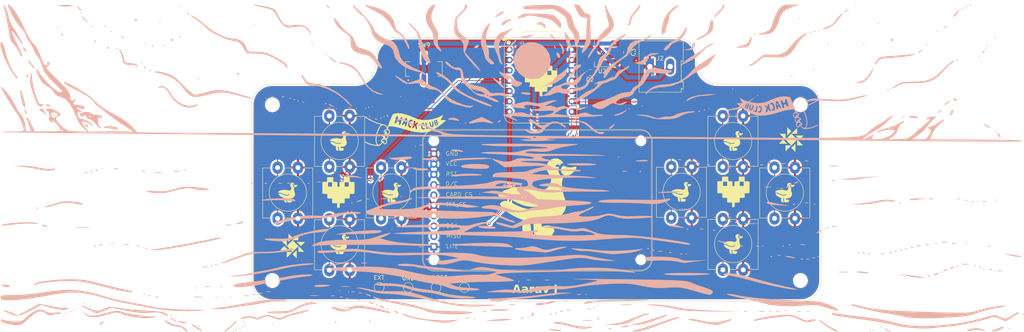
<source format=kicad_pcb>
(kicad_pcb (version 20241229) (generator "pcbnew") (generator_version "9.0")
  (layers (0 "F.Cu" signal) (2 "B.Cu" signal) (13 "F.Paste" user) (15 "B.Paste" user) (5 "F.SilkS" user "F.Silkscreen") (7 "B.SilkS" user "B.Silkscreen") (1 "F.Mask" user) (3 "B.Mask" user) (25 "Edge.Cuts" user))
  (net 0 "")
  (net 1 "GND")
  (net 2 "+5v_REG")
  (net 3 "EXTERNAL_BAT")
  (net 4 "Net-(SW9-B)")
  (net 5 "+3V3")
  (net 6 "GPIO2")
  (net 7 "GPIO3")
  (net 8 "GPIO4")
  (net 9 "GPIO5")
  (net 10 "GPIO6")
  (net 11 "GPIO7")
  (net 12 "GPIO8")
  (net 13 "GPIO9")
  (net 14 "GPIO21")
  (net 15 "GPIO10")
  (net 16 "GPIO20")
  (footprint "LOGO" (layer "F.Cu") (at 54.7 117.88)
    (property "Reference" "G***" (hide yes))
    (property "Value" "LOGO" (hide yes))
  )
  (footprint "Button_Switch_THT:SW_PUSH-12mm_Wuerth-430476085716" (layer "F.Cu") (at 52.16 124.23 90)
    (property "Reference" "SW3" (hide yes))
    (property "Value" "Top")
    (pad "1" thru_hole oval (at 0 0 90) (size 3 2.5) (drill 1.2) (layers "*.Cu" "*.Mask") (net 8 "GPIO4"))
    (pad "1" thru_hole oval (at 12.5 0 90) (size 3 2.5) (drill 1.2) (layers "*.Cu" "*.Mask") (net 8 "GPIO4"))
    (pad "2" thru_hole oval (at 0 5 90) (size 3 2.5) (drill 1.2) (layers "*.Cu" "*.Mask") (net 1 "GND"))
    (pad "2" thru_hole oval (at 12.5 5 90) (size 3 2.5) (drill 1.2) (layers "*.Cu" "*.Mask") (net 1 "GND"))
  )
  (footprint "LOGO" (layer "F.Cu") (at 163.92 130.56)
    (property "Reference" "G***" (hide yes))
    (property "Value" "LOGO" (hide yes))
  )
  (footprint "Button_Switch_THT:SW_PUSH-12mm_Wuerth-430476085716" (layer "F.Cu") (at 136.05 136.74 90)
    (property "Reference" "SW6" (hide yes))
    (property "Value" "CONFIG2")
    (pad "1" thru_hole oval (at 0 0 90) (size 3 2.5) (drill 1.2) (layers "*.Cu" "*.Mask") (net 11 "GPIO7"))
    (pad "1" thru_hole oval (at 12.5 0 90) (size 3 2.5) (drill 1.2) (layers "*.Cu" "*.Mask") (net 11 "GPIO7"))
    (pad "2" thru_hole oval (at 0 5 90) (size 3 2.5) (drill 1.2) (layers "*.Cu" "*.Mask") (net 1 "GND"))
    (pad "2" thru_hole oval (at 12.5 5 90) (size 3 2.5) (drill 1.2) (layers "*.Cu" "*.Mask") (net 1 "GND"))
  )
  (footprint "MountingHole:MountingHole_3.2mm_M3" (layer "F.Cu") (at 167.73 108.99)
    (property "Reference" "H2" (hide yes))
    (property "Value" "MountingHole")
    (pad "" np_thru_hole circle (at 0 0) (size 3.2 3.2) (drill 3.2) (layers "*.Cu" "*.Mask"))
  )
  (footprint "LOGO" (layer "F.Cu") (at 138.59 130.39)
    (property "Reference" "G***" (hide yes))
    (property "Value" "LOGO" (hide yes))
  )
  (footprint "Package_TO_SOT_SMD:SOT-223-3_TabPin2" (layer "F.Cu") (at 119.1 96.25 180)
    (property "Reference" "U2" (at 0 -4.5 0) (layer "F.SilkS"))
    (property "Value" "AMS1117-5.0" (hide yes))
    (pad "1" smd roundrect (at -3.15 -2.3 180) (size 2 1.5) (layers "F.Cu" "F.Mask" "F.Paste") (net 1 "GND"))
    (pad "2" smd roundrect (at -3.15 0 180) (size 2 1.5) (layers "F.Cu" "F.Mask" "F.Paste") (net 2 "+5v_REG"))
    (pad "2" smd roundrect (at 3.15 0 180) (size 2 3.8) (layers "F.Cu" "F.Mask" "F.Paste") (net 2 "+5v_REG"))
    (pad "3" smd roundrect (at -3.15 2.3 180) (size 2 1.5) (layers "F.Cu" "F.Mask" "F.Paste") (net 4 "Net-(SW9-B)"))
  )
  (footprint "TestPoint:TestPoint_Pad_D2.0mm" (layer "F.Cu") (at 78.35 153.9)
    (property "Reference" "5v_REG" (at 0.2 -2.4 0) (layer "F.SilkS"))
    (property "Value" "TestPoint")
    (pad "1" smd circle (at 0 0) (size 2 2) (layers "F.Cu" "F.Mask") (net 2 "+5v_REG"))
  )
  (footprint "LOGO" (layer "F.Cu") (at 70.9 115.05)
    (property "Reference" "G***" (hide yes))
    (property "Value" "LOGO" (hide yes))
  )
  (footprint "LOGO" (layer "F.Cu") (at 42 130.58)
    (property "Reference" "G***" (hide yes))
    (property "Value" "LOGO" (hide yes))
  )
  (footprint "Button_Switch_THT:SW_PUSH-12mm_Wuerth-430476085716" (layer "F.Cu") (at 39.46 136.93 90)
    (property "Reference" "SW2" (hide yes))
    (property "Value" "Left")
    (pad "1" thru_hole oval (at 0 0 90) (size 3 2.5) (drill 1.2) (layers "*.Cu" "*.Mask") (net 7 "GPIO3"))
    (pad "1" thru_hole oval (at 12.5 0 90) (size 3 2.5) (drill 1.2) (layers "*.Cu" "*.Mask") (net 7 "GPIO3"))
    (pad "2" thru_hole oval (at 0 5 90) (size 3 2.5) (drill 1.2) (layers "*.Cu" "*.Mask") (net 1 "GND"))
    (pad "2" thru_hole oval (at 12.5 5 90) (size 3 2.5) (drill 1.2) (layers "*.Cu" "*.Mask") (net 1 "GND"))
  )
  (footprint "LOGO" (layer "F.Cu") (at 151.22 117.88)
    (property "Reference" "G***" (hide yes))
    (property "Value" "LOGO" (hide yes))
  )
  (footprint "Button_Switch_THT:SW_PUSH-12mm_Wuerth-430476085716" (layer "F.Cu") (at 148.7 149.55 90)
    (property "Reference" "SW8" (hide yes))
    (property "Value" "CONFIG4")
    (pad "1" thru_hole oval (at 0 0 90) (size 3 2.5) (drill 1.2) (layers "*.Cu" "*.Mask") (net 15 "GPIO10"))
    (pad "1" thru_hole oval (at 12.5 0 90) (size 3 2.5) (drill 1.2) (layers "*.Cu" "*.Mask") (net 15 "GPIO10"))
    (pad "2" thru_hole oval (at 0 5 90) (size 3 2.5) (drill 1.2) (layers "*.Cu" "*.Mask") (net 1 "GND"))
    (pad "2" thru_hole oval (at 12.5 5 90) (size 3 2.5) (drill 1.2) (layers "*.Cu" "*.Mask") (net 1 "GND"))
  )
  (footprint "MountingHole:MountingHole_3.2mm_M3" (layer "F.Cu") (at 38.19 152.17)
    (property "Reference" "H3" (hide yes))
    (property "Value" "MountingHole")
    (pad "" np_thru_hole circle (at 0 0) (size 3.2 3.2) (drill 3.2) (layers "*.Cu" "*.Mask"))
  )
  (footprint "Seeed Studio XIAO Series Library:XIAO-ESP32C3-DIP" (layer "F.Cu") (at 104.12 103.0685)
    (property "Reference" "U1" (at -4.67 -9.32 0) (layer "F.SilkS") (effects (font (size 0.635 0.635) (thickness 0.1016))))
    (property "Value" "XIAO-ESP32-C3-DIP")
    (pad "1" smd roundrect (at -8.575 -7.62 180) (size 2.432 1.524) (layers "F.Cu" "F.Mask") (roundrect_rratio 0.1) (net 6 "GPIO2"))
    (pad "1" thru_hole circle (at -7.74 -7.62 180) (size 1.524 1.524) (drill 0.889) (layers "*.Cu" "*.Mask") (net 6 "GPIO2"))
    (pad "2" smd roundrect (at -8.575 -5.08 180) (size 2.432 1.524) (layers "F.Cu" "F.Mask") (roundrect_rratio 0.1) (net 7 "GPIO3"))
    (pad "2" thru_hole circle (at -7.74 -5.08 180) (size 1.524 1.524) (drill 0.889) (layers "*.Cu" "*.Mask") (net 7 "GPIO3"))
    (pad "3" smd roundrect (at -8.575 -2.54 180) (size 2.432 1.524) (layers "F.Cu" "F.Mask") (roundrect_rratio 0.1) (net 8 "GPIO4"))
    (pad "3" thru_hole circle (at -7.74 -2.54 180) (size 1.524 1.524) (drill 0.889) (layers "*.Cu" "*.Mask") (net 8 "GPIO4"))
    (pad "4" smd roundrect (at -8.575 0 180) (size 2.432 1.524) (layers "F.Cu" "F.Mask") (roundrect_rratio 0.1) (net 9 "GPIO5"))
    (pad "4" thru_hole circle (at -7.74 0 180) (size 1.524 1.524) (drill 0.889) (layers "*.Cu" "*.Mask") (net 9 "GPIO5"))
    (pad "5" smd roundrect (at -8.575 2.54 180) (size 2.432 1.524) (layers "F.Cu" "F.Mask") (roundrect_rratio 0.1) (net 10 "GPIO6"))
    (pad "5" thru_hole circle (at -7.74 2.54 180) (size 1.524 1.524) (drill 0.889) (layers "*.Cu" "*.Mask") (net 10 "GPIO6"))
    (pad "6" smd roundrect (at -8.575 5.08 180) (size 2.432 1.524) (layers "F.Cu" "F.Mask") (roundrect_rratio 0.1) (net 11 "GPIO7"))
    (pad "6" thru_hole circle (at -7.74 5.08 180) (size 1.524 1.524) (drill 0.889) (layers "*.Cu" "*.Mask") (net 11 "GPIO7"))
    (pad "7" smd roundrect (at -8.575 7.62 180) (size 2.432 1.524) (layers "F.Cu" "F.Mask") (roundrect_rratio 0.1) (net 14 "GPIO21"))
    (pad "7" thru_hole circle (at -7.74 7.62 180) (size 1.524 1.524) (drill 0.889) (layers "*.Cu" "*.Mask") (net 14 "GPIO21"))
    (pad "8" thru_hole circle (at 7.5 7.62) (size 1.524 1.524) (drill 0.889) (layers "*.Cu" "*.Mask") (net 16 "GPIO20"))
    (pad "8" smd roundrect (at 8.335 7.62) (size 2.432 1.524) (layers "F.Cu" "F.Mask") (roundrect_rratio 0.1) (net 16 "GPIO20"))
    (pad "9" thru_hole circle (at 7.5 5.08) (size 1.524 1.524) (drill 0.889) (layers "*.Cu" "*.Mask") (net 12 "GPIO8"))
    (pad "9" smd roundrect (at 8.335 5.08) (size 2.432 1.524) (layers "F.Cu" "F.Mask") (roundrect_rratio 0.1) (net 12 "GPIO8"))
    (pad "10" thru_hole circle (at 7.5 2.54) (size 1.524 1.524) (drill 0.889) (layers "*.Cu" "*.Mask") (net 13 "GPIO9"))
    (pad "10" smd roundrect (at 8.335 2.54) (size 2.432 1.524) (layers "F.Cu" "F.Mask") (roundrect_rratio 0.1) (net 13 "GPIO9"))
    (pad "11" thru_hole circle (at 7.5 0) (size 1.524 1.524) (drill 0.889) (layers "*.Cu" "*.Mask") (net 15 "GPIO10"))
    (pad "11" smd roundrect (at 8.335 0) (size 2.432 1.524) (layers "F.Cu" "F.Mask") (roundrect_rratio 0.1) (net 15 "GPIO10"))
    (pad "12" thru_hole circle (at 7.5 -2.54) (size 1.524 1.524) (drill 0.889) (layers "*.Cu" "*.Mask") (net 5 "+3V3"))
    (pad "12" smd roundrect (at 8.335 -2.54) (size 2.432 1.524) (layers "F.Cu" "F.Mask") (roundrect_rratio 0.1) (net 5 "+3V3"))
    (pad "13" thru_hole circle (at 7.5 -5.08) (size 1.524 1.524) (drill 0.889) (layers "*.Cu" "*.Mask") (net 1 "GND"))
    (pad "13" smd roundrect (at 8.335 -5.08) (size 2.432 1.524) (layers "F.Cu" "F.Mask") (roundrect_rratio 0.1) (net 1 "GND"))
    (pad "14" thru_hole circle (at 7.5 -7.62) (size 1.524 1.524) (drill 0.889) (layers "*.Cu" "*.Mask") (net 2 "+5v_REG"))
    (pad "14" smd roundrect (at 8.335 -7.62) (size 2.432 1.524) (layers "F.Cu" "F.Mask") (roundrect_rratio 0.1) (net 2 "+5v_REG"))
  )
  (footprint "TestPoint:TestPoint_Pad_D2.0mm" (layer "F.Cu") (at 64.4 153.85)
    (property "Reference" "EXT" (at -0.05 -2.4 0) (layer "F.SilkS"))
    (property "Value" "TestPoint")
    (pad "1" smd circle (at 0 0) (size 2 2) (layers "F.Cu" "F.Mask") (net 3 "EXTERNAL_BAT"))
  )
  (footprint "TestPoint:TestPoint_Pad_D2.0mm" (layer "F.Cu") (at 71.5 153.85)
    (property "Reference" "GND" (at 0 -2.25 0) (layer "F.SilkS"))
    (property "Value" "TestPoint")
    (pad "1" smd circle (at 0 0) (size 2 2) (layers "F.Cu" "F.Mask") (net 1 "GND"))
  )
  (footprint "Capacitor_SMD:C_0805_2012Metric" (layer "F.Cu") (at 125.1 96.1 90)
    (property "Reference" "C3" (at 0 1.65 90) (layer "F.SilkS"))
    (property "Value" "22uf" (hide yes))
    (pad "1" smd roundrect (at -0.95 0 90) (size 1 1.45) (layers "F.Cu" "F.Mask" "F.Paste") (net 1 "GND"))
    (pad "2" smd roundrect (at 0.95 0 90) (size 1 1.45) (layers "F.Cu" "F.Mask" "F.Paste") (net 4 "Net-(SW9-B)"))
  )
  (footprint "LOGO" (layer "F.Cu") (at 43.15 143.7)
    (property "Reference" "G***" (hide yes))
    (property "Value" "LOGO" (hide yes))
  )
  (footprint "Button_Switch_THT:SW_PUSH-12mm_Wuerth-430476085716" (layer "F.Cu") (at 52.16 149.63 90)
    (property "Reference" "SW4" (hide yes))
    (property "Value" "Bottom")
    (pad "1" thru_hole oval (at 0 0 90) (size 3 2.5) (drill 1.2) (layers "*.Cu" "*.Mask") (net 9 "GPIO5"))
    (pad "1" thru_hole oval (at 12.5 0 90) (size 3 2.5) (drill 1.2) (layers "*.Cu" "*.Mask") (net 9 "GPIO5"))
    (pad "2" thru_hole oval (at 0 5 90) (size 3 2.5) (drill 1.2) (layers "*.Cu" "*.Mask") (net 1 "GND"))
    (pad "2" thru_hole oval (at 12.5 5 90) (size 3 2.5) (drill 1.2) (layers "*.Cu" "*.Mask") (net 1 "GND"))
  )
  (footprint "LOGO" (layer "F.Cu") (at 165.5 117.55)
    (property "Reference" "G***" (hide yes))
    (property "Value" "LOGO" (hide yes))
  )
  (footprint "MountingHole:MountingHole_3.2mm_M3" (layer "F.Cu") (at 38.19 108.99)
    (property "Reference" "H4" (hide yes))
    (property "Value" "MountingHole")
    (pad "" np_thru_hole circle (at 0 0) (size 3.2 3.2) (drill 3.2) (layers "*.Cu" "*.Mask"))
  )
  (footprint "Button_Switch_THT:SW_PUSH-12mm_Wuerth-430476085716" (layer "F.Cu") (at 64.85 136.9 90)
    (property "Reference" "SW1" (hide yes))
    (property "Value" "Right")
    (pad "1" thru_hole oval (at 0 0 90) (size 3 2.5) (drill 1.2) (layers "*.Cu" "*.Mask") (net 6 "GPIO2"))
    (pad "1" thru_hole oval (at 12.5 0 90) (size 3 2.5) (drill 1.2) (layers "*.Cu" "*.Mask") (net 6 "GPIO2"))
    (pad "2" thru_hole oval (at 0 5 90) (size 3 2.5) (drill 1.2) (layers "*.Cu" "*.Mask") (net 1 "GND"))
    (pad "2" thru_hole oval (at 12.5 5 90) (size 3 2.5) (drill 1.2) (layers "*.Cu" "*.Mask") (net 1 "GND"))
  )
  (footprint "LOGO" (layer "F.Cu") (at 151.24 143.2)
    (property "Reference" "G***" (hide yes))
    (property "Value" "LOGO" (hide yes))
  )
  (footprint "LOGO" (layer "F.Cu") (at 54.303686 130.104932)
    (property "Reference" "G***" (hide yes))
    (property "Value" "LOGO" (hide yes))
  )
  (footprint "LOGO" (layer "F.Cu") (at 67.39 130.55)
    (property "Reference" "G***" (hide yes))
    (property "Value" "LOGO" (hide yes))
  )
  (footprint "TestPoint:TestPoint_Pad_D2.0mm" (layer "F.Cu") (at 85.3 153.9)
    (property "Reference" "3v3" (at 0 -1.998 0) (layer "F.SilkS"))
    (property "Value" "TestPoint")
    (pad "1" smd circle (at 0 0) (size 2 2) (layers "F.Cu" "F.Mask") (net 5 "+3V3"))
  )
  (footprint "LOGO" (layer "F.Cu") (at 54.7 143.28)
    (property "Reference" "G***" (hide yes))
    (property "Value" "LOGO" (hide yes))
  )
  (footprint "JS202011SCQN:SW_JS202011SCQN" (layer "F.Cu") (at 75.35 100.2)
    (property "Reference" "SW9" (at 0.05 -5.885 0) (layer "F.SilkS"))
    (property "Value" "Slideswitch")
    (pad "1" smd rect (at -2.5 2.75) (size 1.2 2.5) (layers "F.Cu" "F.Mask" "F.Paste"))
    (pad "2" smd rect (at 0 2.75) (size 1.2 2.5) (layers "F.Cu" "F.Mask" "F.Paste") (net 4 "Net-(SW9-B)"))
    (pad "3" smd rect (at 2.5 2.75) (size 1.2 2.5) (layers "F.Cu" "F.Mask" "F.Paste") (net 3 "EXTERNAL_BAT"))
    (pad "4" smd rect (at -2.5 -2.75) (size 1.2 2.5) (layers "F.Cu" "F.Mask" "F.Paste"))
    (pad "5" smd rect (at 0 -2.75) (size 1.2 2.5) (layers "F.Cu" "F.Mask" "F.Paste"))
    (pad "6" smd rect (at 2.5 -2.75) (size 1.2 2.5) (layers "F.Cu" "F.Mask" "F.Paste"))
  )
  (footprint "LOGO" (layer "F.Cu") (at 151.203686 129.954932)
    (property "Reference" "G***" (hide yes))
    (property "Value" "LOGO" (hide yes))
  )
  (footprint "MountingHole:MountingHole_3.2mm_M3" (layer "F.Cu") (at 167.73 152.17)
    (property "Reference" "H1" (hide yes))
    (property "Value" "MountingHole")
    (pad "" np_thru_hole circle (at 0 0) (size 3.2 3.2) (drill 3.2) (layers "*.Cu" "*.Mask"))
  )
  (footprint "Capacitor_SMD:C_0805_2012Metric" (layer "F.Cu") (at 116.15 101.1)
    (property "Reference" "C2" (at -0.05 1.7 0) (layer "F.SilkS"))
    (property "Value" "22uf" (hide yes))
    (pad "1" smd roundrect (at -0.95 0) (size 1 1.45) (layers "F.Cu" "F.Mask" "F.Paste") (net 1 "GND"))
    (pad "2" smd roundrect (at 0.95 0) (size 1 1.45) (layers "F.Cu" "F.Mask" "F.Paste") (net 2 "+5v_REG"))
  )
  (footprint "Button_Switch_THT:SW_PUSH-12mm_Wuerth-430476085716" (layer "F.Cu") (at 148.68 124.23 90)
    (property "Reference" "SW5" (hide yes))
    (property "Value" "CONFIG1")
    (pad "1" thru_hole oval (at 0 0 90) (size 3 2.5) (drill 1.2) (layers "*.Cu" "*.Mask") (net 10 "GPIO6"))
    (pad "1" thru_hole oval (at 12.5 0 90) (size 3 2.5) (drill 1.2) (layers "*.Cu" "*.Mask") (net 10 "GPIO6"))
    (pad "2" thru_hole oval (at 0 5 90) (size 3 2.5) (drill 1.2) (layers "*.Cu" "*.Mask") (net 1 "GND"))
    (pad "2" thru_hole oval (at 12.5 5 90) (size 3 2.5) (drill 1.2) (layers "*.Cu" "*.Mask") (net 1 "GND"))
  )
  (footprint "TerminalBlock:TerminalBlock_Altech_AK300-2_P5.00mm" (layer "F.Cu") (at 130.785 99.6)
    (property "Reference" "J2" (at 2.515 -2 0) (layer "F.SilkS"))
    (property "Value" "Extra Battery")
    (pad "1" thru_hole rect (at 0 0) (size 1.98 3.96) (drill 1.32) (layers "*.Cu" "*.Mask") (net 1 "GND"))
    (pad "2" thru_hole oval (at 5 0) (size 1.98 3.96) (drill 1.32) (layers "*.Cu" "*.Mask") (net 3 "EXTERNAL_BAT"))
  )
  (footprint "LOGO" (layer "F.Cu") (at 104 102.7)
    (property "Reference" "G***" (hide yes))
    (property "Value" "LOGO" (hide yes))
  )
  (footprint "graphics:sprout_dino" (layer "F.Cu") (at 140.33539 154.914532)
    (property "Reference" "G***" (hide yes))
    (property "Value" "LOGO" (hide yes))
  )
  (footprint "LOGO" (layer "F.Cu") (at 103.2 131.85)
    (property "Reference" "G***" (hide yes))
    (property "Value" "LOGO" (hide yes))
  )
  (footprint "Button_Switch_THT:SW_PUSH-12mm_Wuerth-430476085716" (layer "F.Cu") (at 161.38 136.91 90)
    (property "Reference" "SW7" (hide yes))
    (property "Value" "CONFIG3")
    (pad "1" thru_hole oval (at 0 0 90) (size 3 2.5) (drill 1.2) (layers "*.Cu" "*.Mask") (net 12 "GPIO8"))
    (pad "1" thru_hole oval (at 12.5 0 90) (size 3 2.5) (drill 1.2) (layers "*.Cu" "*.Mask") (net 12 "GPIO8"))
    (pad "2" thru_hole oval (at 0 5 90) (size 3 2.5) (drill 1.2) (layers "*.Cu" "*.Mask") (net 1 "GND"))
    (pad "2" thru_hole oval (at 12.5 5 90) (size 3 2.5) (drill 1.2) (layers "*.Cu" "*.Mask") (net 1 "GND"))
  )
  (footprint "358:MODULE_358" (layer "B.Cu") (at 103.2 132.445)
    (property "Reference" "U3" (at -25.015 19.03 0) (layer "B.SilkS") (effects (justify mirror)))
    (property "Value" "358")
    (pad "" np_thru_hole circle (at -25.4 -14.605) (size 2.2 2.2) (drill 2.2) (layers "*.Cu" "*.Mask"))
    (pad "" np_thru_hole circle (at -25.4 14.605) (size 2.2 2.2) (drill 2.2) (layers "*.Cu" "*.Mask"))
    (pad "" np_thru_hole circle (at 25.4 -14.605) (size 2.2 2.2) (drill 2.2) (layers "*.Cu" "*.Mask"))
    (pad "" np_thru_hole circle (at 25.4 14.605) (size 2.2 2.2) (drill 2.2) (layers "*.Cu" "*.Mask"))
    (pad "1" thru_hole rect (at -25.4 11.43) (size 1.778 1.778) (drill 1.016) (layers "*.Cu" "*.Mask") (net 5 "+3V3"))
    (pad "2" thru_hole circle (at -25.4 8.89) (size 1.778 1.778) (drill 1.016) (layers "*.Cu" "*.Mask"))
    (pad "3" thru_hole circle (at -25.4 6.35) (size 1.778 1.778) (drill 1.016) (layers "*.Cu" "*.Mask") (net 14 "GPIO21"))
    (pad "4" thru_hole circle (at -25.4 3.81) (size 1.778 1.778) (drill 1.016) (layers "*.Cu" "*.Mask") (net 13 "GPIO9"))
    (pad "5" thru_hole circle (at -25.4 1.27) (size 1.778 1.778) (drill 1.016) (layers "*.Cu" "*.Mask") (net 1 "GND"))
    (pad "6" thru_hole circle (at -25.4 -1.27) (size 1.778 1.778) (drill 1.016) (layers "*.Cu" "*.Mask"))
    (pad "7" thru_hole circle (at -25.4 -3.81) (size 1.778 1.778) (drill 1.016) (layers "*.Cu" "*.Mask") (net 16 "GPIO20"))
    (pad "8" thru_hole circle (at -25.4 -6.35) (size 1.778 1.778) (drill 1.016) (layers "*.Cu" "*.Mask") (net 5 "+3V3"))
    (pad "9" thru_hole circle (at -25.4 -8.89) (size 1.778 1.778) (drill 1.016) (layers "*.Cu" "*.Mask") (net 5 "+3V3"))
    (pad "10" thru_hole circle (at -25.4 -11.43) (size 1.778 1.778) (drill 1.016) (layers "*.Cu" "*.Mask") (net 1 "GND"))
  )
  (footprint "LOGO" (layer "B.Cu") (at 97.085351 129.380047 180)
    (property "Reference" "G***" (at 0 0 0) (layer "B.SilkS") (effects (font (size 1.5 1.5) (thickness 0.3)) (justify mirror)))
    (property "Value" "LOGO" (hide yes))
  )
  (footprint "LOGO" (layer "B.Cu") (at 162.05 110.9 180)
    (property "Reference" "G***" (hide yes))
    (property "Value" "LOGO" (hide yes))
  )
  (gr_line (start 78 115.05) (end 128.4 115.05) (stroke (width 0.1)) (layer "F.SilkS"))
  (gr_line (start 128.4 149.85) (end 78 149.85) (stroke (width 0.1)) (layer "F.SilkS"))
  (gr_arc (start 78 149.85) (mid 75.87868 148.97132) (end 75 146.85) (stroke (width 0.1)) (layer "F.SilkS"))
  (gr_line (start 131.4 118.05) (end 131.4 146.85) (stroke (width 0.1)) (layer "F.SilkS"))
  (gr_arc (start 128.4 115.05) (mid 130.52132 115.92868) (end 131.4 118.05) (stroke (width 0.1)) (layer "F.SilkS"))
  (gr_arc (start 75 118.05) (mid 75.87868 115.92868) (end 78 115.05) (stroke (width 0.1)) (layer "F.SilkS"))
  (gr_arc (start 131.4 146.85) (mid 130.52132 148.97132) (end 128.4 149.85) (stroke (width 0.1)) (layer "F.SilkS"))
  (gr_line (start 75 146.85) (end 75 118.05) (stroke (width 0.1)) (layer "F.SilkS"))
  (gr_line (start 38.19 103.91) (end 58.510002 103.910002) (stroke (width 0.1)) (layer "Edge.Cuts"))
  (gr_line (start 102.96 157.25) (end 167.73 157.25) (stroke (width 0.1)) (layer "Edge.Cuts"))
  (gr_arc (start 137.25 92.48) (mid 140.842102 93.967898) (end 142.33 97.56) (stroke (width 0.1)) (layer "Edge.Cuts"))
  (gr_line (start 142.33 97.56) (end 142.330002 98.830002) (stroke (width 0.1)) (layer "Edge.Cuts"))
  (gr_line (start 147.410002 103.910002) (end 167.73 103.91) (stroke (width 0.1)) (layer "Edge.Cuts"))
  (gr_arc (start 147.410002 103.910002) (mid 143.8179 102.422104) (end 142.330002 98.830002) (stroke (width 0.1)) (layer "Edge.Cuts"))
  (gr_arc (start 38.19 157.25) (mid 34.597898 155.762102) (end 33.11 152.17) (stroke (width 0.1)) (layer "Edge.Cuts"))
  (gr_line (start 63.59 97.56) (end 63.590002 98.830002) (stroke (width 0.1)) (layer "Edge.Cuts"))
  (gr_line (start 68.67 92.48) (end 102.96 92.48) (stroke (width 0.1)) (layer "Edge.Cuts"))
  (gr_arc (start 63.59 97.56) (mid 65.077898 93.967898) (end 68.67 92.48) (stroke (width 0.1)) (layer "Edge.Cuts"))
  (gr_line (start 102.96 157.25) (end 38.19 157.25) (stroke (width 0.1)) (layer "Edge.Cuts"))
  (gr_arc (start 63.590002 98.830002) (mid 62.102104 102.422104) (end 58.510002 103.910002) (stroke (width 0.1)) (layer "Edge.Cuts"))
  (gr_line (start 33.11 108.99) (end 33.11 152.17) (stroke (width 0.1)) (layer "Edge.Cuts"))
  (gr_line (start 172.81 152.17) (end 172.81 108.99) (stroke (width 0.1)) (layer "Edge.Cuts"))
  (gr_arc (start 172.81 152.17) (mid 171.322102 155.762102) (end 167.73 157.25) (stroke (width 0.1)) (layer "Edge.Cuts"))
  (gr_arc (start 167.73 103.91) (mid 171.322102 105.397898) (end 172.81 108.99) (stroke (width 0.1)) (layer "Edge.Cuts"))
  (gr_line (start 137.25 92.48) (end 102.96 92.48) (stroke (width 0.1)) (layer "Edge.Cuts"))
  (gr_arc (start 33.11 108.99) (mid 34.597898 105.397898) (end 38.19 103.91) (stroke (width 0.1)) (layer "Edge.Cuts"))
  (gr_text "MOSI" (at 80.7 136.65 0) (layer "F.SilkS") (effects (font (size 1 1) (thickness 0.1)) (justify left bottom)))
  (gr_text "SCK" (at 80.7 139.3 0) (layer "F.SilkS") (effects (font (size 1 1) (thickness 0.1)) (justify left bottom)))
  (gr_text "MISO" (at 80.75 141.8 0) (layer "F.SilkS") (effects (font (size 1 1) (thickness 0.1)) (justify left bottom)))
  (gr_text "D/C" (at 80.6 129 0) (layer "F.SilkS") (effects (font (size 1 1) (thickness 0.1)) (justify left bottom)))
  (gr_text "Aarav J" (at 97.05 155.55 0) (layer "F.SilkS") (effects (font (size 2 2) (thickness 0.25)) (justify left bottom)))
  (gr_text "CARD_CS" (at 80.65 131.65 0) (layer "F.SilkS") (effects (font (size 1 1) (thickness 0.1)) (justify left bottom)))
  (gr_text "TFT_CS" (at 80.65 134.1 0) (layer "F.SilkS") (effects (font (size 1 1) (thickness 0.1)) (justify left bottom)))
  (gr_text "VCC" (at 80.65 124.05 0) (layer "F.SilkS") (effects (font (size 1 1) (thickness 0.1)) (justify left bottom)))
  (gr_text "RST" (at 80.7 126.6 0) (layer "F.SilkS") (effects (font (size 1 1) (thickness 0.1)) (justify left bottom)))
  (gr_text "GND" (at 80.65 121.6 0) (layer "F.SilkS") (effects (font (size 1 1) (thickness 0.1)) (justify left bottom)))
  (gr_text "LITE" (at 80.8 144.35 0) (layer "F.SilkS") (effects (font (size 1 1) (thickness 0.1)) (justify left bottom)))
  (segment (start 115.2 102.126) (end 122.25 102.126) (width 0.2) (layer "F.Cu") (net 1))
  (segment (start 76.665 134.85) (end 75.9 134.85) (width 0.2) (layer "F.Cu") (net 1))
  (segment (start 77.8 121.015) (end 73.235 121.015) (width 0.2) (layer "F.Cu") (net 1))
  (segment (start 111.62 97.9885) (end 112.9885 97.9885) (width 0.2) (layer "F.Cu") (net 1))
  (segment (start 122.25 102.126) (end 122.25 98.55) (width 0.2) (layer "F.Cu") (net 1))
  (segment (start 115.2 100.375) (end 112.8135 97.9885) (width 1) (layer "F.Cu") (net 1))
  (segment (start 128.95 99.6) (end 127.45 98.1) (width 1) (layer "F.Cu") (net 1))
  (segment (start 57.16 124.23) (end 57.16 124.64) (width 0.2) (layer "F.Cu") (net 1))
  (segment (start 130.785 99.6) (end 128.95 99.6) (width 1) (layer "F.Cu") (net 1))
  (segment (start 115.2 101.1) (end 115.2 100.375) (width 1) (layer "F.Cu") (net 1))
  (segment (start 77.8 133.715) (end 76.665 134.85) (width 0.2) (layer "F.Cu") (net 1))
  (segment (start 122.3 98.6) (end 122.25 98.55) (width 0.2) (layer "F.Cu") (net 1))
  (segment (start 73.235 121.015) (end 69.85 124.4) (width 0.2) (layer "F.Cu") (net 1))
  (segment (start 57.16 124.64) (end 55.55 126.25) (width 0.2) (layer "F.Cu") (net 1))
  (segment (start 125.1 97.05) (end 126.4 97.05) (width 1) (layer "F.Cu") (net 1))
  (segment (start 112.8135 97.9885) (end 112.455 97.9885) (width 1) (layer "F.Cu") (net 1))
  (segment (start 126.4 97.05) (end 127.45 98.1) (width 1) (layer "F.Cu") (net 1))
  (segment (start 115.2 101.1) (end 115.2 102.126) (width 0.2) (layer "F.Cu") (net 1))
  (via (at 55.4 129.05) (size 0.6) (drill 0.3) (layers "F.Cu" "B.Cu") (net 1))
  (via (at 75.9 134.85) (size 0.6) (drill 0.3) (layers "F.Cu" "B.Cu") (net 1))
  (via (at 55.55 126.25) (size 0.6) (drill 0.3) (layers "F.Cu" "B.Cu") (net 1))
  (via (at 127.45 98.1) (size 0.6) (drill 0.3) (layers "F.Cu" "B.Cu") (net 1))
  (segment (start 55.55 126.25) (end 55.55 128.9) (width 0.2) (layer "B.Cu") (net 1))
  (segment (start 73.85 136.9) (end 69.85 136.9) (width 0.2) (layer "B.Cu") (net 1))
  (segment (start 75.9 134.85) (end 73.85 136.9) (width 0.2) (layer "B.Cu") (net 1))
  (segment (start 55.55 128.9) (end 55.4 129.05) (width 0.2) (layer "B.Cu") (net 1))
  (segment (start 115.95 96.25) (end 116.8 97.1) (width 1) (layer "F.Cu") (net 2))
  (segment (start 112.4565 95.45) (end 112.455 95.4485) (width 1) (layer "F.Cu") (net 2))
  (segment (start 78.35 153.9) (end 113.451 118.799) (width 1) (layer "F.Cu") (net 2))
  (segment (start 113.9 118.35) (end 113.9 114.55) (width 1) (layer "F.Cu") (net 2))
  (segment (start 113.9 114.55) (end 102.45 114.55) (width 1) (layer "F.Cu") (net 2))
  (segment (start 121.4 97.1) (end 122.25 96.25) (width 1) (layer "F.Cu") (net 2))
  (segment (start 115.95 96.25) (end 115.15 95.45) (width 1) (layer "F.Cu") (net 2))
  (segment (start 117.1 97.4) (end 115.95 96.25) (width 1) (layer "F.Cu") (net 2))
  (segment (start 113.451 118.799) (end 113.9 118.35) (width 1) (layer "F.Cu") (net 2))
  (segment (start 115.15 95.45) (end 112.4565 95.45) (width 1) (layer "F.Cu") (net 2))
  (segment (start 116.8 97.1) (end 121.4 97.1) (width 1) (layer "F.Cu") (net 2))
  (segment (start 117.1 101.1) (end 117.1 97.4) (width 1) (layer "F.Cu") (net 2))
  (via (at 102.45 114.55) (size 0.6) (drill 0.3) (layers "F.Cu" "B.Cu") (net 2))
  (segment (start 102.45 104.6185) (end 111.62 95.4485) (width 1) (layer "B.Cu") (net 2))
  (segment (start 102.45 114.55) (end 102.45 104.6185) (width 1) (layer "B.Cu") (net 2))
  (segment (start 81.1 102.95) (end 90.569 93.481) (width 1) (layer "F.Cu") (net 3))
  (segment (start 36.9 138.85) (end 36.9 116.8) (width 0.2) (layer "F.Cu") (net 3))
  (segment (start 117.952 94.952) (end 118.9 95.9) (width 1) (layer "F.Cu") (net 3))
  (segment (start 103.374628 93.481) (end 117.952 93.481) (width 1) (layer "F.Cu") (net 3))
  (segment (start 117.952 93.481) (end 117.952 94.952) (width 1) (layer "F.Cu") (net 3))
  (segment (start 45.2 108.5) (end 77.85 108.5) (width 0.2) (layer "F.Cu") (net 3))
  (segment (start 51.9 153.85) (end 36.9 138.85) (width 0.2) (layer "F.Cu") (net 3))
  (segment (start 36.9 116.8) (end 45.2 108.5) (width 0.2) (layer "F.Cu") (net 3))
  (segment (start 90.569 93.481) (end 102.545372 93.481) (width 1) (layer "F.Cu") (net 3))
  (segment (start 77.85 108.5) (end 77.85 102.95) (width 0.2) (layer "F.Cu") (net 3))
  (segment (start 64.4 153.85) (end 51.9 153.85) (width 0.2) (layer "F.Cu") (net 3))
  (segment (start 77.85 102.95) (end 81.1 102.95) (width 1) (layer "F.Cu") (net 3))
  (segment (start 102.545372 93.481) (end 103.374628 93.481) (width 1) (layer "F.Cu") (net 3))
  (via (at 118.9 95.9) (size 0.6) (drill 0.3) (layers "F.Cu" "B.Cu") (net 3))
  (segment (start 118.9 95.9) (end 125.281 102.281) (width 1) (layer "B.Cu") (net 3))
  (segment (start 125.281 102.281) (end 133.104 102.281) (width 1) (layer "B.Cu") (net 3))
  (segment (start 133.104 102.281) (end 135.785 99.6) (width 1) (layer "B.Cu") (net 3))
  (segment (start 122.9 93.3) (end 122.25 93.95) (width 0.2) (layer "F.Cu") (net 4))
  (segment (start 125.1 95.15) (end 123.9 93.95) (width 1) (layer "F.Cu") (net 4))
  (segment (start 75.35 102.95) (end 75.35 103.75) (width 1) (layer "F.Cu") (net 4))
  (segment (start 123.9 93.95) (end 122.25 93.95) (width 1) (layer "F.Cu") (net 4))
  (via (at 122.25 93.95) (size 0.6) (drill 0.3) (layers "F.Cu" "B.Cu") (net 4))
  (via (at 75.35 103.75) (size 0.6) (drill 0.3) (layers "F.Cu" "B.Cu") (net 4))
  (segment (start 75.35 93.95) (end 122.25 93.95) (width 1) (layer "B.Cu") (net 4))
  (segment (start 75.35 103.75) (end 75.35 93.95) (width 1) (layer "B.Cu") (net 4))
  (segment (start 76.349 143.875) (end 77.8 143.875) (width 0.2) (layer "F.Cu") (net 5))
  (segment (start 85.3 153.9) (end 85.3 155.201) (width 0.2) (layer "F.Cu") (net 5))
  (segment (start 76.349 155.201) (end 76.349 143.875) (width 0.2) (layer "F.Cu") (net 5))
  (segment (start 85.3 155.201) (end 76.349 155.201) (width 0.2) (layer "F.Cu") (net 5))
  (segment (start 93.8015 95.4485) (end 96.38 95.4485) (width 0.2) (layer "F.Cu") (net 6))
  (segment (start 64.85 124.4) (end 93.8015 95.4485) (width 0.2) (layer "F.Cu") (net 6))
  (segment (start 64.85 124.4) (end 64.85 136.9) (width 0.2) (layer "B.Cu") (net 6))
  (segment (start 95.93969 94.3855) (end 96.800626 94.3855) (width 0.2) (layer "F.Cu") (net 7))
  (segment (start 96.800626 94.3855) (end 96.82031 94.3855) (width 0.2) (layer "F.Cu") (net 7))
  (segment (start 97.443 95.88881) (end 97.443 97.9885) (width 0.2) (layer "F.Cu") (net 7))
  (segment (start 94.274874 94.4) (end 94.289374 94.3855) (width 0.2) (layer "F.Cu") (net 7))
  (segment (start 44.871 109.929) (end 78.021 109.929) (width 0.2) (layer "F.Cu") (net 7))
  (segment (start 39.46 124.43) (end 39.46 136.93) (width 0.2) (layer "F.Cu") (net 7))
  (segment (start 94.289374 94.3855) (end 95.93969 94.3855) (width 0.2) (layer "F.Cu") (net 7))
  (segment (start 97.443 97.9885) (end 96.38 97.9885) (width 0.2) (layer "F.Cu") (net 7))
  (segment (start 39.46 115.34) (end 44.871 109.929) (width 0.2) (layer "F.Cu") (net 7))
  (segment (start 97.443 95.00819) (end 97.443 95.88881) (width 0.2) (layer "F.Cu") (net 7))
  (segment (start 96.83481 94.4) (end 97.443 94.4) (width 0.2) (layer "F.Cu") (net 7))
  (segment (start 39.46 124.43) (end 39.46 115.34) (width 0.2) (layer "F.Cu") (net 7))
  (segment (start 97.443 94.4) (end 97.443 95.00819) (width 0.2) (layer "F.Cu") (net 7))
  (segment (start 96.82031 94.3855) (end 96.83481 94.4) (width 0.2) (layer "F.Cu") (net 7))
  (segment (start 93.55 94.4) (end 94.274874 94.4) (width 0.2) (layer "F.Cu") (net 7))
  (segment (start 78.021 109.929) (end 93.55 94.4) (width 0.2) (layer "F.Cu") (net 7))
  (segment (start 52.16 124.23) (end 55.18 127.25) (width 0.2) (layer "F.Cu") (net 8))
  (segment (start 61.801057 127.149) (end 62.001057 126.949) (width 0.2) (layer "F.Cu") (net 8))
  (segment (start 52.16 111.73) (end 52.16 114.153445) (width 0.2) (layer "F.Cu") (net 8))
  (segment (start 91.278055 100.5285) (end 96.38 100.5285) (width 0.2) (layer "F.Cu") (net 8))
  (segment (start 62.001057 126.949) (end 62.498943 126.949) (width 0.2) (layer "F.Cu") (net 8))
  (segment (start 61.5739 127.149) (end 61.801057 127.149) (width 0.2) (layer "F.Cu") (net 8))
  (segment (start 52.16 124.23) (end 52.16 111.73) (width 0.2) (layer "F.Cu") (net 8))
  (segment (start 64.556555 127.25) (end 91.278055 100.5285) (width 0.2) (layer "F.Cu") (net 8))
  (segment (start 61.4729 127.25) (end 61.5739 127.149) (width 0.2) (layer "F.Cu") (net 8))
  (segment (start 55.18 127.25) (end 61.4729 127.25) (width 0.2) (layer "F.Cu") (net 8))
  (segment (start 62.799943 127.25) (end 64.556555 127.25) (width 0.2) (layer "F.Cu") (net 8))
  (segment (start 62.498943 126.949) (end 62.799943 127.25) (width 0.2) (layer "F.Cu") (net 8))
  (segment (start 61.74 127.55) (end 62.25 127.55) (width 0.2) (layer "F.Cu") (net 9))
  (segment (start 52.16 137.13) (end 52.16 149.63) (width 0.2) (layer "F.Cu") (net 9))
  (segment (start 52.16 137.13) (end 61.74 127.55) (width 0.2) (layer "F.Cu") (net 9))
  (via (at 62.25 127.55) (size 0.6) (drill 0.3) (layers "F.Cu" "B.Cu") (net 9))
  (segment (start 83.738055 103.0685) (end 96.38 103.0685) (width 0.2) (layer "B.Cu") (net 9))
  (segment (start 62.25 124.556555) (end 83.738055 103.0685) (width 0.2) (layer "B.Cu") (net 9))
  (segment (start 62.25 127.55) (end 62.25 124.556555) (width 0.2) (layer "B.Cu") (net 9))
  (segment (start 148.68 111.73) (end 148.6585 111.7515) (width 0.2) (layer "F.Cu") (net 10))
  (segment (start 148.6585 111.7515) (end 102.5515 111.7515) (width 0.2) (layer "F.Cu") (net 10))
  (segment (start 148.68 111.73) (end 148.68 124.23) (width 0.2) (layer "F.Cu") (net 10))
  (segment (start 96.4085 105.6085) (end 96.38 105.6085) (width 0.2) (layer "F.Cu") (net 10))
  (segment (start 102.5515 111.7515) (end 96.4085 105.6085) (width 0.2) (layer "F.Cu") (net 10))
  (segment (start 136.05 124.24) (end 136.05 113.25) (width 0.2) (layer "F.Cu") (net 11))
  (segment (start 101.4815 113.25) (end 96.38 108.1485) (width 0.2) (layer "F.Cu") (net 11))
  (segment (start 136.05 113.25) (end 101.4815 113.25) (width 0.2) (layer "F.Cu") (net 11))
  (segment (start 136.05 124.24) (end 136.05 136.74) (width 0.2) (layer "F.Cu") (net 11))
  (segment (start 161.38 124.41) (end 152.129 115.159) (width 0.2) (layer "F.Cu") (net 12))
  (segment (start 152.129 108.25) (end 126.95 108.25) (width 0.2) (layer "F.Cu") (net 12))
  (segment (start 161.38 124.41) (end 161.38 136.91) (width 0.2) (layer "F.Cu") (net 12))
  (segment (start 152.129 115.159) (end 152.129 108.25) (width 0.2) (layer "F.Cu") (net 12))
  (via (at 126.95 108.25) (size 0.6) (drill 0.3) (layers "F.Cu" "B.Cu") (net 12))
  (segment (start 126.95 108.25) (end 111.7215 108.25) (width 0.2) (layer "B.Cu") (net 12))
  (segment (start 111.7215 108.25) (end 111.62 108.1485) (width 0.2) (layer "B.Cu") (net 12))
  (segment (start 92.795 136.255) (end 112.85 116.2) (width 0.2) (layer "F.Cu") (net 13))
  (segment (start 77.8 136.255) (end 92.795 136.255) (width 0.2) (layer "F.Cu") (net 13))
  (via (at 112.85 116.2) (size 0.6) (drill 0.3) (layers "F.Cu" "B.Cu") (net 13))
  (segment (start 112.85 109.2115) (end 110.557 109.2115) (width 0.2) (layer "B.Cu") (net 13))
  (segment (start 110.557 105.6085) (end 111.62 105.6085) (width 0.2) (layer "B.Cu") (net 13))
  (segment (start 110.557 109.2115) (end 110.557 105.6085) (width 0.2) (layer "B.Cu") (net 13))
  (segment (start 112.85 116.2) (end 112.85 109.2115) (width 0.2) (layer "B.Cu") (net 13))
  (segment (start 90.805 138.795) (end 91.5 138.1) (width 0.2) (layer "F.Cu") (net 14))
  (segment (start 77.8 138.795) (end 90.805 138.795) (width 0.2) (layer "F.Cu") (net 14))
  (via (at 91.5 138.1) (size 0.6) (drill 0.3) (layers "F.Cu" "B.Cu") (net 14))
  (segment (start 91.5 138.1) (end 96.38 133.22) (width 0.2) (layer "B.Cu") (net 14))
  (segment (start 96.38 133.22) (end 96.38 110.6885) (width 0.2) (layer "B.Cu") (net 14))
  (segment (start 148.7 137.05) (end 148.7 149.55) (width 0.2) (layer "F.Cu") (net 15))
  (segment (start 145.15 111) (end 115 111) (width 0.2) (layer "F.Cu") (net 15))
  (segment (start 115 103.0685) (end 112.455 103.0685) (width 0.2) (layer "F.Cu") (net 15))
  (segment (start 150.231 137.05) (end 150.231 109.15) (width 0.2) (layer "F.Cu") (net 15))
  (segment (start 150.231 109.15) (end 145.15 109.15) (width 0.2) (layer "F.Cu") (net 15))
  (segment (start 148.7 137.05) (end 150.231 137.05) (width 0.2) (layer "F.Cu") (net 15))
  (segment (start 145.15 109.15) (end 145.15 111) (width 0.2) (layer "F.Cu") (net 15))
  (segment (start 115 111) (end 115 103.0685) (width 0.2) (layer "F.Cu") (net 15))
  (segment (start 77.8 128.635) (end 98.615 128.635) (width 0.2) (layer "F.Cu") (net 16))
  (segment (start 98.615 128.635) (end 111.05 116.2) (width 0.2) (layer "F.Cu") (net 16))
  (via (at 111.05 116.2) (size 0.6) (drill 0.3) (layers "F.Cu" "B.Cu") (net 16))
  (segment (start 111.62 115.63) (end 111.62 110.6885) (width 0.2) (layer "B.Cu") (net 16))
  (segment (start 111.05 116.2) (end 111.62 115.63) (width 0.2) (layer "B.Cu") (net 16))
  (zone (net 1) (net_name "GND") (layer "F.Cu") (connect_pads (clearance 0.5)) (min_thickness 0.25) (fill yes (thermal_gap 0.5) (thermal_bridge_width 0.5))
    (polygon (pts (xy 28.75 83.35) (xy 179.8 83.35) (xy 179.8 155.5) (xy 171.75 163.55) (xy 29.7 163.55) (xy 27.85 161.7) (xy 27.85 84.1) (xy 28.7 83.25) (xy 28.75 83.3)))
  )
  (zone (net 5) (net_name "+3V3") (layer "B.Cu") (priority 1) (connect_pads (clearance 0.5)) (min_thickness 0.25) (fill yes (thermal_gap 0.5) (thermal_bridge_width 0.5))
    (polygon (pts (xy 29.75 85) (xy 177.65 85) (xy 177.65 157) (xy 172.55 162.1) (xy 28.85 162.1) (xy 28.85 85.9)))
  )
)
</source>
